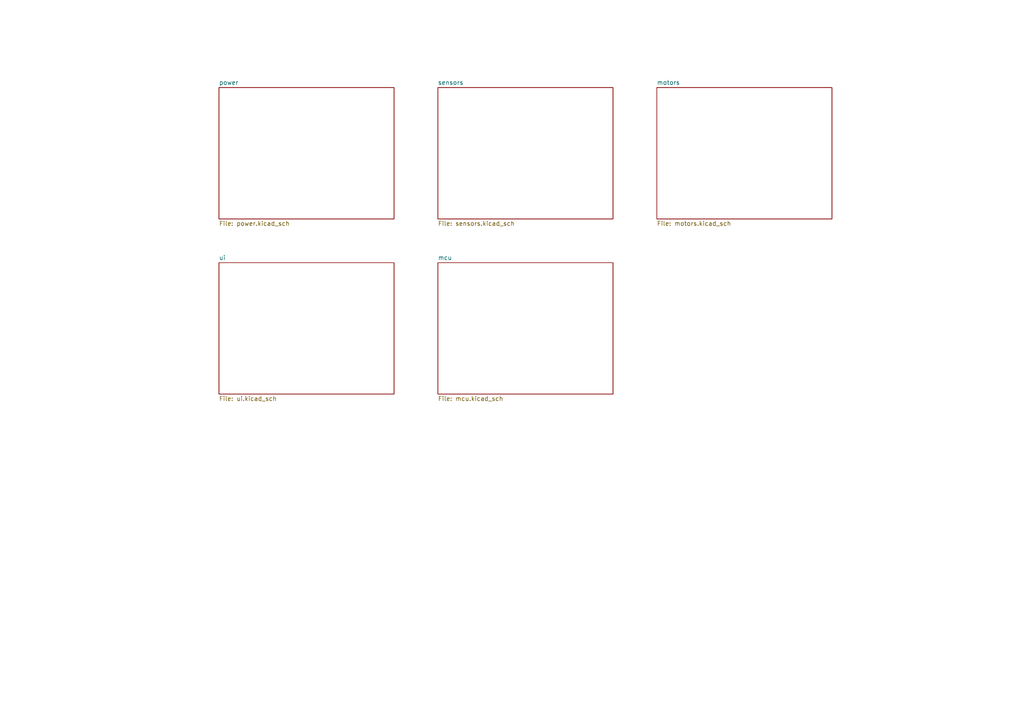
<source format=kicad_sch>
(kicad_sch
	(version 20250114)
	(generator "eeschema")
	(generator_version "9.0")
	(uuid "914faf3b-320c-40a9-bc45-7ad88109862b")
	(paper "A4")
	(lib_symbols)
	(sheet
		(at 127 25.4)
		(size 50.8 38.1)
		(exclude_from_sim no)
		(in_bom yes)
		(on_board yes)
		(dnp no)
		(fields_autoplaced yes)
		(stroke
			(width 0.1524)
			(type solid)
		)
		(fill
			(color 0 0 0 0.0000)
		)
		(uuid "0d2cdeba-b36a-409a-a084-dbfcb0fa9913")
		(property "Sheetname" "sensors"
			(at 127 24.6884 0)
			(effects
				(font
					(size 1.27 1.27)
				)
				(justify left bottom)
			)
		)
		(property "Sheetfile" "sensors.kicad_sch"
			(at 127 64.0846 0)
			(effects
				(font
					(size 1.27 1.27)
				)
				(justify left top)
			)
		)
		(instances
			(project "TrainingTracer"
				(path "/914faf3b-320c-40a9-bc45-7ad88109862b"
					(page "3")
				)
			)
		)
	)
	(sheet
		(at 63.5 25.4)
		(size 50.8 38.1)
		(exclude_from_sim no)
		(in_bom yes)
		(on_board yes)
		(dnp no)
		(fields_autoplaced yes)
		(stroke
			(width 0.1524)
			(type solid)
		)
		(fill
			(color 0 0 0 0.0000)
		)
		(uuid "438791fb-0fa3-4267-bb48-01b1bd7c8a79")
		(property "Sheetname" "power"
			(at 63.5 24.6884 0)
			(effects
				(font
					(size 1.27 1.27)
				)
				(justify left bottom)
			)
		)
		(property "Sheetfile" "power.kicad_sch"
			(at 63.5 64.0846 0)
			(effects
				(font
					(size 1.27 1.27)
				)
				(justify left top)
			)
		)
		(instances
			(project "TrainingTracer"
				(path "/914faf3b-320c-40a9-bc45-7ad88109862b"
					(page "2")
				)
			)
		)
	)
	(sheet
		(at 127 76.2)
		(size 50.8 38.1)
		(exclude_from_sim no)
		(in_bom yes)
		(on_board yes)
		(dnp no)
		(fields_autoplaced yes)
		(stroke
			(width 0.1524)
			(type solid)
		)
		(fill
			(color 0 0 0 0.0000)
		)
		(uuid "5dce65b8-efc9-4083-92d8-69d373b0fd14")
		(property "Sheetname" "mcu"
			(at 127 75.4884 0)
			(effects
				(font
					(size 1.27 1.27)
				)
				(justify left bottom)
			)
		)
		(property "Sheetfile" "mcu.kicad_sch"
			(at 127 114.8846 0)
			(effects
				(font
					(size 1.27 1.27)
				)
				(justify left top)
			)
		)
		(instances
			(project "TrainingTracer"
				(path "/914faf3b-320c-40a9-bc45-7ad88109862b"
					(page "6")
				)
			)
		)
	)
	(sheet
		(at 190.5 25.4)
		(size 50.8 38.1)
		(exclude_from_sim no)
		(in_bom yes)
		(on_board yes)
		(dnp no)
		(fields_autoplaced yes)
		(stroke
			(width 0.1524)
			(type solid)
		)
		(fill
			(color 0 0 0 0.0000)
		)
		(uuid "d113ea96-a8fe-433c-a72d-963bfc42853f")
		(property "Sheetname" "motors"
			(at 190.5 24.6884 0)
			(effects
				(font
					(size 1.27 1.27)
				)
				(justify left bottom)
			)
		)
		(property "Sheetfile" "motors.kicad_sch"
			(at 190.5 64.0846 0)
			(effects
				(font
					(size 1.27 1.27)
				)
				(justify left top)
			)
		)
		(instances
			(project "TrainingTracer"
				(path "/914faf3b-320c-40a9-bc45-7ad88109862b"
					(page "5")
				)
			)
		)
	)
	(sheet
		(at 63.5 76.2)
		(size 50.8 38.1)
		(exclude_from_sim no)
		(in_bom yes)
		(on_board yes)
		(dnp no)
		(fields_autoplaced yes)
		(stroke
			(width 0.1524)
			(type solid)
		)
		(fill
			(color 0 0 0 0.0000)
		)
		(uuid "ec25bfe1-cfeb-4ed3-b476-0b024cf64fa4")
		(property "Sheetname" "ui"
			(at 63.5 75.4884 0)
			(effects
				(font
					(size 1.27 1.27)
				)
				(justify left bottom)
			)
		)
		(property "Sheetfile" "ui.kicad_sch"
			(at 63.5 114.8846 0)
			(effects
				(font
					(size 1.27 1.27)
				)
				(justify left top)
			)
		)
		(instances
			(project "TrainingTracer"
				(path "/914faf3b-320c-40a9-bc45-7ad88109862b"
					(page "4")
				)
			)
		)
	)
	(sheet_instances
		(path "/"
			(page "1")
		)
	)
	(embedded_fonts no)
)

</source>
